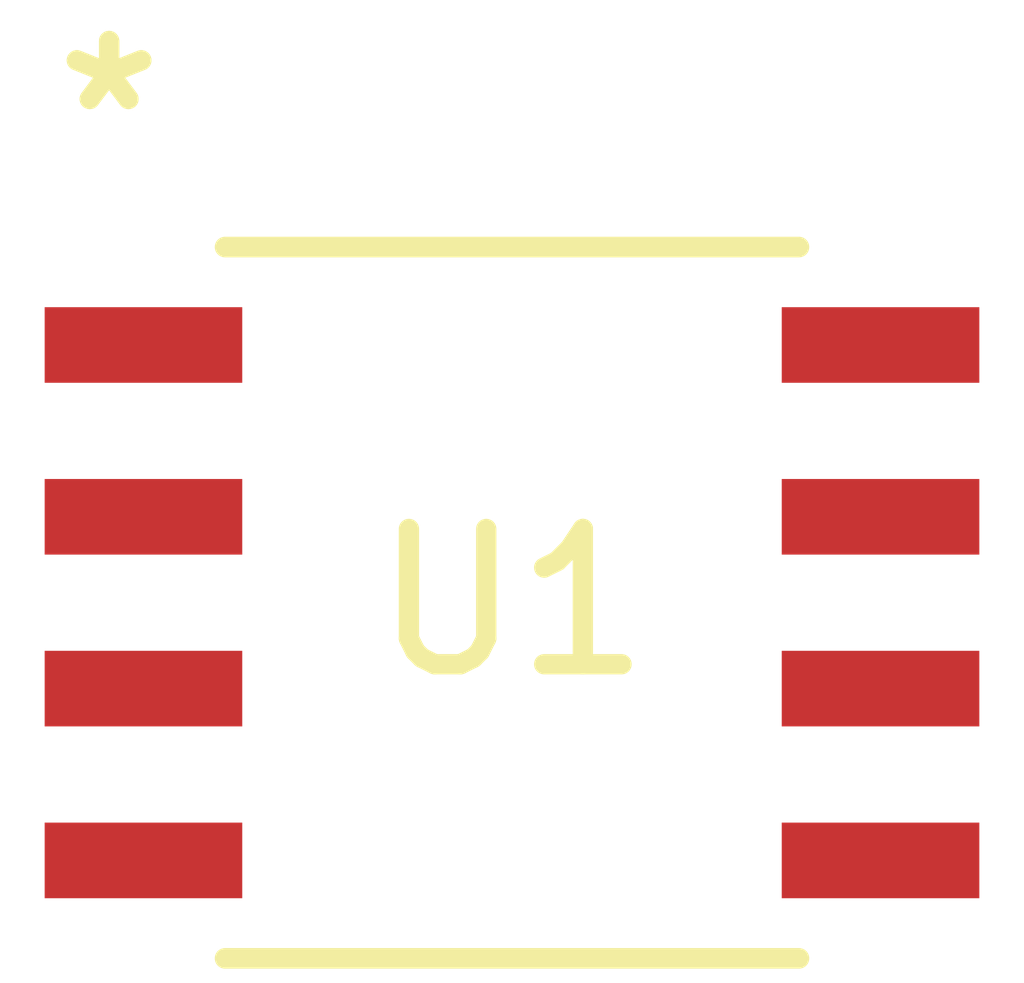
<source format=kicad_pcb>
(kicad_pcb (version 20221018) (generator pcbnew)
  (layers (0 "F.Cu" signal) (31 "B.Cu" signal) (34 "B.Paste" user) (35 "F.Paste" user) (36 "B.SilkS" user "B.Silkscreen") (37 "F.SilkS" user "F.Silkscreen") (38 "B.Mask" user) (39 "F.Mask" user) (44 "Edge.Cuts" user))
  (net 0 "")
  (footprint "EEG Footprints:INA819ID" (layer "F.Cu") (at 150.35085 72.695)
    (fp_text reference "U1" (at 0 0 unlocked) (layer "F.SilkS"))
    (fp_text value "INA819ID")
    (fp_text user "*" (at -2.97815 -3.6068) (layer "F.SilkS"))
    (fp_text user "*" (at -2.97815 -3.6068 unlocked) (layer "F.SilkS"))
    (fp_line (start -2.1209 2.6289) (end 2.1209 2.6289) (stroke (width 0.1524)) (layer "F.SilkS"))
    (fp_line (start 2.1209 -2.6289) (end -2.1209 -2.6289) (stroke (width 0.1524)) (layer "F.SilkS"))
    (pad "1" smd rect (at -2.72415 -1.905) (size 1.4605 0.5588) (layers "F.Cu" "F.Paste" "F.Mask"))
    (pad "2" smd rect (at -2.72415 -0.635) (size 1.4605 0.5588) (layers "F.Cu" "F.Paste" "F.Mask"))
    (pad "3" smd rect (at -2.72415 0.635) (size 1.4605 0.5588) (layers "F.Cu" "F.Paste" "F.Mask"))
    (pad "4" smd rect (at -2.72415 1.905) (size 1.4605 0.5588) (layers "F.Cu" "F.Paste" "F.Mask"))
    (pad "5" smd rect (at 2.72415 1.905) (size 1.4605 0.5588) (layers "F.Cu" "F.Paste" "F.Mask"))
    (pad "6" smd rect (at 2.72415 0.635) (size 1.4605 0.5588) (layers "F.Cu" "F.Paste" "F.Mask"))
    (pad "7" smd rect (at 2.72415 -0.635) (size 1.4605 0.5588) (layers "F.Cu" "F.Paste" "F.Mask"))
    (pad "8" smd rect (at 2.72415 -1.905) (size 1.4605 0.5588) (layers "F.Cu" "F.Paste" "F.Mask"))
  )
)
</source>
